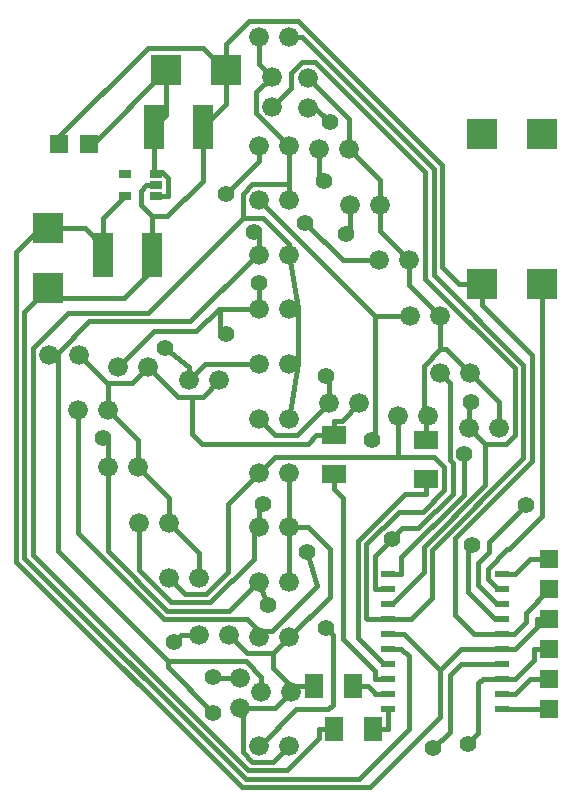
<source format=gtl>
G04 #@! TF.FileFunction,Copper,L1,Top,Signal*
%FSLAX46Y46*%
G04 Gerber Fmt 4.6, Leading zero omitted, Abs format (unit mm)*
G04 Created by KiCad (PCBNEW 4.0.6) date Tue Sep  5 11:54:24 2017*
%MOMM*%
%LPD*%
G01*
G04 APERTURE LIST*
%ADD10C,0.150000*%
%ADD11R,1.270000X0.508000*%
%ADD12R,2.032000X1.524000*%
%ADD13R,1.524000X2.032000*%
%ADD14R,2.540000X2.540000*%
%ADD15C,1.676400*%
%ADD16R,1.000000X0.700000*%
%ADD17R,1.524000X1.524000*%
%ADD18R,2.499360X2.550160*%
%ADD19R,2.550160X2.499360*%
%ADD20R,1.800860X3.700780*%
%ADD21C,1.400000*%
%ADD22C,0.400000*%
G04 APERTURE END LIST*
D10*
D11*
X109646100Y-75429000D03*
X109646100Y-76699000D03*
X109646100Y-77969000D03*
X109646100Y-79239000D03*
X109646100Y-80509000D03*
X109646100Y-81779000D03*
X109646100Y-83049000D03*
X109646100Y-84319000D03*
X109646100Y-85589000D03*
X109646100Y-86859000D03*
X119298100Y-86859000D03*
X119298100Y-85589000D03*
X119298100Y-84319000D03*
X119298100Y-83049000D03*
X119298100Y-81779000D03*
X119298100Y-80509000D03*
X119298100Y-79239000D03*
X119298100Y-77969000D03*
X119298100Y-76699000D03*
X119298100Y-75429000D03*
D12*
X112902200Y-67394700D03*
X112902200Y-64092700D03*
X105087100Y-67017100D03*
X105087100Y-63715100D03*
D13*
X106718800Y-84965500D03*
X103416800Y-84965500D03*
X108401700Y-88535600D03*
X105099700Y-88535600D03*
D14*
X117637800Y-50917400D03*
X117637800Y-38217400D03*
X122717800Y-50917400D03*
X122717800Y-38217400D03*
D15*
X104630000Y-61000000D03*
X107170000Y-61000000D03*
X98730000Y-48400000D03*
X101270000Y-48400000D03*
X92830000Y-59000000D03*
X95370000Y-59000000D03*
X86830000Y-57900000D03*
X89370000Y-57900000D03*
X88530000Y-71100000D03*
X91070000Y-71100000D03*
X91130000Y-75800000D03*
X93670000Y-75800000D03*
X108930000Y-48900000D03*
X111470000Y-48900000D03*
X111530000Y-53600000D03*
X114070000Y-53600000D03*
X114030000Y-58400000D03*
X116570000Y-58400000D03*
X102900000Y-35970000D03*
X102900000Y-33430000D03*
X103830000Y-39500000D03*
X106370000Y-39500000D03*
X106430000Y-44200000D03*
X108970000Y-44200000D03*
X116530000Y-63100000D03*
X119070000Y-63100000D03*
X110530000Y-62100000D03*
X113070000Y-62100000D03*
X83430000Y-61600000D03*
X85970000Y-61600000D03*
X98730000Y-43800000D03*
X101270000Y-43800000D03*
X98730000Y-39200000D03*
X101270000Y-39200000D03*
X98730000Y-62300000D03*
X101270000Y-62300000D03*
X98730000Y-57700000D03*
X101270000Y-57700000D03*
X98730000Y-53000000D03*
X101270000Y-53000000D03*
X99800000Y-35870000D03*
X99800000Y-33330000D03*
X101270000Y-30000000D03*
X98730000Y-30000000D03*
X98930000Y-85400000D03*
X101470000Y-85400000D03*
X98730000Y-80800000D03*
X101270000Y-80800000D03*
X98730000Y-76100000D03*
X101270000Y-76100000D03*
X93630000Y-80600000D03*
X96170000Y-80600000D03*
X97100000Y-84230000D03*
X97100000Y-86770000D03*
X98730000Y-90000000D03*
X101270000Y-90000000D03*
X98730000Y-71500000D03*
X101270000Y-71500000D03*
X98730000Y-66900000D03*
X101270000Y-66900000D03*
X80930000Y-56900000D03*
X83470000Y-56900000D03*
X85930000Y-66400000D03*
X88470000Y-66400000D03*
D16*
X87400000Y-43450000D03*
X87400000Y-41550000D03*
X89990000Y-43450000D03*
X89990000Y-42500000D03*
X89990000Y-41550000D03*
D17*
X84370000Y-39000000D03*
X81830000Y-39000000D03*
X123291300Y-86879700D03*
X123291300Y-84339700D03*
X123291300Y-81799700D03*
X123291300Y-79259700D03*
X123291300Y-76719700D03*
X123291300Y-74179700D03*
D18*
X80900000Y-46175240D03*
X80900000Y-51224760D03*
D19*
X90875240Y-32800000D03*
X95924760Y-32800000D03*
D20*
X93949780Y-37600000D03*
X89850220Y-37600000D03*
X85550220Y-48400000D03*
X89649780Y-48400000D03*
D21*
X116700000Y-60900000D03*
X99100000Y-69500000D03*
X95900000Y-55100000D03*
X104400000Y-80000000D03*
X116800000Y-73000000D03*
X106100000Y-46700000D03*
X98700000Y-50800000D03*
X121300000Y-69600000D03*
X94800000Y-84200000D03*
X90800000Y-56300000D03*
X104200000Y-42200000D03*
X116400000Y-89800000D03*
X91500000Y-81200000D03*
X104700000Y-37200000D03*
X104400000Y-58700000D03*
X109948950Y-72448950D03*
X99500000Y-78100000D03*
X85500000Y-63900000D03*
X95900000Y-43300000D03*
X102800000Y-73600000D03*
X108296800Y-64071900D03*
X116065000Y-65328800D03*
X94800000Y-87200000D03*
X113500000Y-90200000D03*
X98300000Y-46500000D03*
X102600000Y-45700000D03*
D22*
X105087100Y-67017100D02*
X105087100Y-68279400D01*
X109646100Y-84319000D02*
X108510800Y-84319000D01*
X105846800Y-69039100D02*
X105087100Y-68279400D01*
X105846800Y-80966000D02*
X105846800Y-69039100D01*
X108510800Y-83630000D02*
X105846800Y-80966000D01*
X108510800Y-84319000D02*
X108510800Y-83630000D01*
X98730000Y-71500000D02*
X98730000Y-69870000D01*
X116530000Y-61070000D02*
X116530000Y-63100000D01*
X116700000Y-60900000D02*
X116530000Y-61070000D01*
X98730000Y-69870000D02*
X99100000Y-69500000D01*
X98262500Y-71967500D02*
X98730000Y-71500000D01*
X98262500Y-73996000D02*
X98262500Y-71967500D01*
X88530000Y-75133300D02*
X88530000Y-71100000D01*
X91246900Y-77850200D02*
X88530000Y-75133300D01*
X94576700Y-77850200D02*
X91246900Y-77850200D01*
X98262500Y-74164400D02*
X94576700Y-77850200D01*
X98262500Y-73996000D02*
X98262500Y-74164400D01*
X117868600Y-64438600D02*
X116530000Y-63100000D01*
X117868600Y-64438600D02*
X117868600Y-66850800D01*
X109972600Y-77969000D02*
X109646100Y-77969000D01*
X112662900Y-75278700D02*
X109972600Y-77969000D01*
X112662900Y-73122200D02*
X112662900Y-75278700D01*
X117868600Y-67916500D02*
X112662900Y-73122200D01*
X117868600Y-66850800D02*
X117868600Y-67916500D01*
X119626900Y-64438600D02*
X117868600Y-64438600D01*
X120414800Y-63650700D02*
X119626900Y-64438600D01*
X120414800Y-58029200D02*
X120414800Y-63650700D01*
X112821100Y-50435500D02*
X120414800Y-58029200D01*
X112821100Y-41439100D02*
X112821100Y-50435500D01*
X103469400Y-32087400D02*
X112821100Y-41439100D01*
X102349000Y-32087400D02*
X103469400Y-32087400D01*
X101400000Y-33036400D02*
X102349000Y-32087400D01*
X101400000Y-34270000D02*
X101400000Y-33036400D01*
X99800000Y-35870000D02*
X101400000Y-34270000D01*
X95400000Y-53000000D02*
X95400000Y-54600000D01*
X95400000Y-54600000D02*
X95900000Y-55100000D01*
X98730000Y-53000000D02*
X95400000Y-53000000D01*
X95400000Y-53000000D02*
X95300000Y-53000000D01*
X89830000Y-54900000D02*
X86830000Y-57900000D01*
X93400000Y-54900000D02*
X89830000Y-54900000D01*
X95300000Y-53000000D02*
X93400000Y-54900000D01*
X98730000Y-90000000D02*
X98800000Y-90000000D01*
X98800000Y-90000000D02*
X101900000Y-86900000D01*
X101900000Y-86900000D02*
X104600000Y-86900000D01*
X104600000Y-86900000D02*
X105000000Y-86500000D01*
X105000000Y-86500000D02*
X105000000Y-80600000D01*
X105000000Y-80600000D02*
X104400000Y-80000000D01*
X116800000Y-73000000D02*
X116400000Y-73400000D01*
X116400000Y-73400000D02*
X116400000Y-76948648D01*
X116400000Y-76948648D02*
X118744650Y-79293298D01*
X118744650Y-79293298D02*
X119298100Y-79293298D01*
X119298100Y-79293298D02*
X119298100Y-79239000D01*
X98730000Y-53000000D02*
X98730000Y-50830000D01*
X106430000Y-46370000D02*
X106430000Y-44200000D01*
X106100000Y-46700000D02*
X106430000Y-46370000D01*
X98730000Y-50830000D02*
X98700000Y-50800000D01*
X118869000Y-77969000D02*
X119298100Y-77969000D01*
X117300000Y-76400000D02*
X118869000Y-77969000D01*
X117300000Y-74500000D02*
X117300000Y-76400000D01*
X118200000Y-73600000D02*
X117300000Y-74500000D01*
X118200000Y-72700000D02*
X118200000Y-73600000D01*
X121300000Y-69600000D02*
X118200000Y-72700000D01*
X94830000Y-84230000D02*
X94800000Y-84200000D01*
X94830000Y-84230000D02*
X97100000Y-84230000D01*
X103830000Y-39500000D02*
X103830000Y-41830000D01*
X92830000Y-57930000D02*
X92830000Y-59000000D01*
X90800000Y-56300000D02*
X92830000Y-57930000D01*
X103830000Y-41830000D02*
X104200000Y-42200000D01*
X98686700Y-57656700D02*
X98686800Y-57656700D01*
X94173300Y-57656700D02*
X98686700Y-57656700D01*
X92830000Y-59000000D02*
X94173300Y-57656700D01*
X98686800Y-57656700D02*
X98730000Y-57700000D01*
X117681000Y-84319000D02*
X119298100Y-84319000D01*
X117300000Y-84700000D02*
X117681000Y-84319000D01*
X117300000Y-88900000D02*
X117300000Y-84700000D01*
X116400000Y-89800000D02*
X117300000Y-88900000D01*
X93630000Y-80600000D02*
X92100000Y-80600000D01*
X92100000Y-80600000D02*
X91500000Y-81200000D01*
X102900000Y-35970000D02*
X103470000Y-35970000D01*
X103470000Y-35970000D02*
X104700000Y-37200000D01*
X104630000Y-58930000D02*
X104630000Y-61000000D01*
X104400000Y-58700000D02*
X104630000Y-58930000D01*
X101974100Y-63655900D02*
X104630000Y-61000000D01*
X100085900Y-63655900D02*
X101974100Y-63655900D01*
X98730000Y-62300000D02*
X100085900Y-63655900D01*
X119298100Y-84319000D02*
X120433400Y-84319000D01*
X123291300Y-81799700D02*
X122029000Y-81799700D01*
X122029000Y-81799700D02*
X122029000Y-82723400D01*
X122029000Y-82723400D02*
X120433400Y-84319000D01*
X98730000Y-76100000D02*
X98730000Y-76330000D01*
X99500000Y-78100000D02*
X98730000Y-76330000D01*
X98730000Y-39200000D02*
X98730000Y-40470000D01*
X85930000Y-64330000D02*
X85930000Y-66400000D01*
X85500000Y-63900000D02*
X85930000Y-64330000D01*
X98730000Y-40470000D02*
X95900000Y-43300000D01*
X98730000Y-76012400D02*
X98730000Y-76100000D01*
X85930000Y-73525700D02*
X85930000Y-66400000D01*
X90954800Y-78550500D02*
X85930000Y-73525700D01*
X96191900Y-78550500D02*
X90954800Y-78550500D01*
X98730000Y-76012400D02*
X96191900Y-78550500D01*
X109646100Y-76699000D02*
X108510800Y-76699000D01*
X108510800Y-73887100D02*
X109948950Y-72448950D01*
X108510800Y-76699000D02*
X108510800Y-73887100D01*
X112226300Y-71578200D02*
X110819700Y-71578200D01*
X115124300Y-68680200D02*
X112226300Y-71578200D01*
X115124300Y-66085500D02*
X115124300Y-68680200D01*
X114864700Y-65825900D02*
X115124300Y-66085500D01*
X114864700Y-59234700D02*
X114864700Y-65825900D01*
X114030000Y-58400000D02*
X114864700Y-59234700D01*
X109948950Y-72448950D02*
X110819700Y-71578200D01*
X98730000Y-80242900D02*
X98730000Y-80800000D01*
X83430000Y-72016000D02*
X83430000Y-61600000D01*
X90664800Y-79250800D02*
X83430000Y-72016000D01*
X97737900Y-79250800D02*
X90664800Y-79250800D01*
X98730000Y-80242900D02*
X97737900Y-79250800D01*
X109646100Y-75429000D02*
X110781400Y-75429000D01*
X110781400Y-74013400D02*
X110781400Y-75429000D01*
X116065000Y-68729800D02*
X110781400Y-74013400D01*
X116065000Y-65328800D02*
X116065000Y-68729800D01*
X103671370Y-76441130D02*
X102800000Y-73600000D01*
X99869600Y-80242900D02*
X103671370Y-76441130D01*
X98730000Y-80242900D02*
X99869600Y-80242900D01*
X98730000Y-43800000D02*
X108530000Y-53600000D01*
X108530000Y-53600000D02*
X111530000Y-53600000D01*
X108530000Y-63838700D02*
X108296800Y-64071900D01*
X108530000Y-53600000D02*
X108530000Y-63838700D01*
X91031000Y-83331000D02*
X94800000Y-87200000D01*
X91031000Y-83331000D02*
X91031000Y-82839200D01*
X119298100Y-83049000D02*
X115851000Y-83049000D01*
X114900000Y-88800000D02*
X113500000Y-90200000D01*
X114900000Y-84000000D02*
X114900000Y-88800000D01*
X115851000Y-83049000D02*
X114900000Y-84000000D01*
X108930000Y-48900000D02*
X105800000Y-48900000D01*
X98730000Y-46930000D02*
X98730000Y-48400000D01*
X98300000Y-46500000D02*
X98730000Y-46930000D01*
X105800000Y-48900000D02*
X102600000Y-45700000D01*
X98557600Y-48400000D02*
X98730000Y-48400000D01*
X80930000Y-56900000D02*
X81685900Y-56900000D01*
X92895800Y-54061800D02*
X98557600Y-48400000D01*
X84335100Y-54061800D02*
X92895800Y-54061800D01*
X81685900Y-56711000D02*
X84335100Y-54061800D01*
X81685900Y-56900000D02*
X81685900Y-56711000D01*
X98930000Y-84160000D02*
X98930000Y-85400000D01*
X97609200Y-82839200D02*
X98930000Y-84160000D01*
X91031000Y-82839200D02*
X97609200Y-82839200D01*
X81685900Y-73494100D02*
X91031000Y-82839200D01*
X81685900Y-56900000D02*
X81685900Y-73494100D01*
X97708800Y-82138800D02*
X99931200Y-82138800D01*
X96170000Y-80600000D02*
X97708800Y-82138800D01*
X103416800Y-84965500D02*
X102154500Y-84965500D01*
X101470000Y-84965500D02*
X102154500Y-84965500D01*
X99931200Y-83426700D02*
X101470000Y-84965500D01*
X99931200Y-82138800D02*
X99931200Y-83426700D01*
X101470000Y-84965500D02*
X101470000Y-85400000D01*
X99924000Y-91346000D02*
X101270000Y-90000000D01*
X98173200Y-91346000D02*
X99924000Y-91346000D01*
X97369400Y-90542200D02*
X98173200Y-91346000D01*
X97369400Y-86770000D02*
X97369400Y-90542200D01*
X100100000Y-86770000D02*
X97369400Y-86770000D01*
X101470000Y-85400000D02*
X100100000Y-86770000D01*
X97369400Y-86770000D02*
X97100000Y-86770000D01*
X101270000Y-71500000D02*
X101270000Y-76100000D01*
X99931200Y-82138800D02*
X101270000Y-80800000D01*
X101270000Y-66900000D02*
X101270000Y-71500000D01*
X104714200Y-77355800D02*
X101270000Y-80800000D01*
X104714200Y-73302000D02*
X104714200Y-77355800D01*
X102912200Y-71500000D02*
X104714200Y-73302000D01*
X101270000Y-71500000D02*
X102912200Y-71500000D01*
X85550220Y-48400000D02*
X85550220Y-47750220D01*
X83975240Y-46175240D02*
X80900000Y-46175240D01*
X85550220Y-47750220D02*
X83975240Y-46175240D01*
X85550220Y-48400000D02*
X85550220Y-45299780D01*
X85550220Y-45299780D02*
X87400000Y-43450000D01*
X114026800Y-83571900D02*
X114026800Y-87573200D01*
X114026800Y-87573200D02*
X108088500Y-93511500D01*
X108088500Y-93511500D02*
X97253800Y-93511500D01*
X97253800Y-93511500D02*
X78152300Y-74410000D01*
X78152300Y-74410000D02*
X78152300Y-48205500D01*
X78152300Y-48205500D02*
X80852500Y-45505300D01*
X80900000Y-46175200D02*
X80852500Y-45505300D01*
X115819700Y-81779000D02*
X119298100Y-81779000D01*
X114026800Y-83571900D02*
X115819700Y-81779000D01*
X110963900Y-80509000D02*
X109646100Y-80509000D01*
X114026800Y-83571900D02*
X110963900Y-80509000D01*
X119298100Y-81779000D02*
X120433400Y-81779000D01*
X122242000Y-79970400D02*
X122242000Y-79259700D01*
X120433400Y-81779000D02*
X122242000Y-79970400D01*
X123291300Y-79259700D02*
X122242000Y-79259700D01*
X106718800Y-84965500D02*
X107981100Y-84965500D01*
X108510800Y-85495200D02*
X108510800Y-85589000D01*
X107981100Y-84965500D02*
X108510800Y-85495200D01*
X109646100Y-85589000D02*
X108510800Y-85589000D01*
X114070000Y-53600000D02*
X114070000Y-56416300D01*
X106370000Y-36900000D02*
X102900000Y-33430000D01*
X106370000Y-39500000D02*
X106370000Y-36900000D01*
X108970000Y-42100000D02*
X106370000Y-39500000D01*
X108970000Y-44200000D02*
X108970000Y-42100000D01*
X114586300Y-56416300D02*
X116570000Y-58400000D01*
X114070000Y-56416300D02*
X114586300Y-56416300D01*
X119070000Y-60900000D02*
X116570000Y-58400000D01*
X119070000Y-63100000D02*
X119070000Y-60900000D01*
X112690000Y-57796300D02*
X114070000Y-56416300D01*
X112690000Y-61720000D02*
X112690000Y-57796300D01*
X113070000Y-62100000D02*
X112690000Y-61720000D01*
X108970000Y-46400000D02*
X111470000Y-48900000D01*
X108970000Y-44200000D02*
X108970000Y-46400000D01*
X112902200Y-62267800D02*
X112902200Y-64092700D01*
X113070000Y-62100000D02*
X112902200Y-62267800D01*
X111470000Y-51000000D02*
X114070000Y-53600000D01*
X111470000Y-48900000D02*
X111470000Y-51000000D01*
X93670000Y-73700000D02*
X91070000Y-71100000D01*
X93670000Y-75800000D02*
X93670000Y-73700000D01*
X105717200Y-62452800D02*
X105087100Y-62452800D01*
X107170000Y-61000000D02*
X105717200Y-62452800D01*
X105087100Y-63715100D02*
X105087100Y-62452800D01*
X91070000Y-69000000D02*
X91070000Y-71100000D01*
X88470000Y-66400000D02*
X91070000Y-69000000D01*
X88470000Y-64100000D02*
X85970000Y-61600000D01*
X88470000Y-66400000D02*
X88470000Y-64100000D01*
X85970000Y-61600000D02*
X85970000Y-59274400D01*
X85844400Y-59274400D02*
X85970000Y-59274400D01*
X83470000Y-56900000D02*
X85844400Y-59274400D01*
X87995600Y-59274400D02*
X89370000Y-57900000D01*
X85970000Y-59274400D02*
X87995600Y-59274400D01*
X105087100Y-63715100D02*
X103570800Y-63715100D01*
X93948000Y-60422000D02*
X93057600Y-60422000D01*
X95370000Y-59000000D02*
X93948000Y-60422000D01*
X91892000Y-60422000D02*
X89370000Y-57900000D01*
X93057600Y-60422000D02*
X91892000Y-60422000D01*
X102854600Y-64431300D02*
X103570800Y-63715100D01*
X93917800Y-64431300D02*
X102854600Y-64431300D01*
X93057600Y-63571100D02*
X93917800Y-64431300D01*
X93057600Y-60422000D02*
X93057600Y-63571100D01*
X101231300Y-39200000D02*
X101270000Y-39200000D01*
X98460400Y-36429100D02*
X101231300Y-39200000D01*
X98460400Y-34669600D02*
X98460400Y-36429100D01*
X99800000Y-33330000D02*
X98460400Y-34669600D01*
X102070000Y-57600000D02*
X101270000Y-62300000D01*
X101270000Y-39200000D02*
X101270000Y-42455900D01*
X101270000Y-42455900D02*
X101270000Y-43800000D01*
X98730000Y-32260000D02*
X99800000Y-33330000D01*
X98730000Y-30000000D02*
X98730000Y-32260000D01*
X102070000Y-57600000D02*
X102070000Y-52900000D01*
X105099700Y-88535600D02*
X103837400Y-88535600D01*
X101270000Y-48400000D02*
X102070000Y-52900000D01*
X99054800Y-45285400D02*
X97388100Y-45285400D01*
X101270000Y-47500600D02*
X99054800Y-45285400D01*
X101270000Y-48400000D02*
X101270000Y-47500600D01*
X97388100Y-43233200D02*
X97388100Y-45285400D01*
X98165400Y-42455900D02*
X97388100Y-43233200D01*
X101270000Y-42455900D02*
X98165400Y-42455900D01*
X89312000Y-53361500D02*
X97388100Y-45285400D01*
X82569000Y-53361500D02*
X89312000Y-53361500D01*
X79579300Y-56351200D02*
X82569000Y-53361500D01*
X79579300Y-73808600D02*
X79579300Y-56351200D01*
X97832900Y-92062200D02*
X79579300Y-73808600D01*
X101100900Y-92062200D02*
X97832900Y-92062200D01*
X103837400Y-89325700D02*
X101100900Y-92062200D01*
X103837400Y-88535600D02*
X103837400Y-89325700D01*
X89850220Y-37600000D02*
X89850220Y-41410220D01*
X89850220Y-41410220D02*
X89990000Y-41550000D01*
X90875240Y-32800000D02*
X90875240Y-36574980D01*
X90875240Y-36574980D02*
X89850220Y-37600000D01*
X84370000Y-39000000D02*
X84675240Y-39000000D01*
X84675240Y-39000000D02*
X90875240Y-32800000D01*
X89990000Y-41550000D02*
X89990000Y-41449900D01*
X90990300Y-41910100D02*
X90990300Y-43450000D01*
X90530100Y-41449900D02*
X90990300Y-41910100D01*
X89990000Y-41449900D02*
X90530100Y-41449900D01*
X89990000Y-43450000D02*
X90990300Y-43450000D01*
X93949780Y-37600000D02*
X93949780Y-42150220D01*
X90950220Y-45149780D02*
X89649780Y-45149780D01*
X93949780Y-42150220D02*
X90950220Y-45149780D01*
X95924760Y-32800000D02*
X95924760Y-35625020D01*
X95924760Y-35625020D02*
X93949780Y-37600000D01*
X98300000Y-28649200D02*
X97850800Y-28649200D01*
X95924760Y-30575240D02*
X95924760Y-32800000D01*
X97850800Y-28649200D02*
X95924760Y-30575240D01*
X81830000Y-39000000D02*
X81830000Y-38370000D01*
X81830000Y-38370000D02*
X89300000Y-30900000D01*
X89300000Y-30900000D02*
X94024760Y-30900000D01*
X94024760Y-30900000D02*
X95924760Y-32800000D01*
X109646100Y-81779000D02*
X110779000Y-81779000D01*
X78852302Y-53272458D02*
X80900000Y-51224760D01*
X78852302Y-74071554D02*
X78852302Y-53272458D01*
X97592246Y-92811498D02*
X78852302Y-74071554D01*
X107188502Y-92811498D02*
X97592246Y-92811498D01*
X111400000Y-88600000D02*
X107188502Y-92811498D01*
X111400000Y-82400000D02*
X111400000Y-88600000D01*
X110779000Y-81779000D02*
X111400000Y-82400000D01*
X119298100Y-80509000D02*
X120291000Y-80509000D01*
X121300000Y-78711000D02*
X123291300Y-76719700D01*
X121300000Y-79500000D02*
X121300000Y-78711000D01*
X120291000Y-80509000D02*
X121300000Y-79500000D01*
X115327400Y-76866000D02*
X115327400Y-78927400D01*
X121846700Y-65919000D02*
X121846700Y-56896600D01*
X115327400Y-72438300D02*
X121846700Y-65919000D01*
X115327400Y-76866000D02*
X115327400Y-72438300D01*
X117637800Y-50917400D02*
X117637800Y-52687700D01*
X121846700Y-56896600D02*
X117637800Y-52687700D01*
X116909000Y-80509000D02*
X119298100Y-80509000D01*
X115327400Y-78927400D02*
X116909000Y-80509000D01*
X89649780Y-48400000D02*
X89649780Y-45300000D01*
X89649780Y-45300000D02*
X89649780Y-45149780D01*
X89649780Y-45149780D02*
X88700000Y-44200000D01*
X89200000Y-42500000D02*
X89990000Y-42500000D01*
X88700000Y-43000000D02*
X89200000Y-42500000D01*
X88700000Y-44200000D02*
X88700000Y-43000000D01*
X98181300Y-28649200D02*
X98300000Y-28649200D01*
X98300000Y-28649200D02*
X102027800Y-28649200D01*
X102027800Y-28649200D02*
X114221700Y-40843100D01*
X114221700Y-40843100D02*
X114221700Y-49494100D01*
X114221700Y-49494100D02*
X115645000Y-50917400D01*
X115645000Y-50917400D02*
X115867500Y-50917400D01*
X115867500Y-50917400D02*
X117637800Y-50917400D01*
X89649780Y-48400000D02*
X89649780Y-49750220D01*
X81775240Y-52100000D02*
X80900000Y-51224760D01*
X87300000Y-52100000D02*
X81775240Y-52100000D01*
X89649780Y-49750220D02*
X87300000Y-52100000D01*
X123291300Y-76719700D02*
X123291300Y-76932700D01*
X108401700Y-88535600D02*
X109664000Y-88535600D01*
X109664000Y-86876900D02*
X109646100Y-86859000D01*
X109664000Y-88535600D02*
X109664000Y-86876900D01*
X119298100Y-85589000D02*
X120433400Y-85589000D01*
X121682700Y-84339700D02*
X123291300Y-84339700D01*
X120433400Y-85589000D02*
X121682700Y-84339700D01*
X119298100Y-75429000D02*
X120433400Y-75429000D01*
X121682700Y-74179700D02*
X123291300Y-74179700D01*
X120433400Y-75429000D02*
X121682700Y-74179700D01*
X122717800Y-70533500D02*
X122717800Y-50917400D01*
X119897700Y-73353600D02*
X122717800Y-70533500D01*
X119762000Y-73353600D02*
X119897700Y-73353600D01*
X118119400Y-74996200D02*
X119762000Y-73353600D01*
X118119400Y-75871700D02*
X118119400Y-74996200D01*
X118946700Y-76699000D02*
X118119400Y-75871700D01*
X119298100Y-76699000D02*
X118946700Y-76699000D01*
X119298100Y-86859000D02*
X120433400Y-86859000D01*
X122221300Y-86859000D02*
X122242000Y-86879700D01*
X120433400Y-86859000D02*
X122221300Y-86859000D01*
X123291300Y-86879700D02*
X122242000Y-86879700D01*
X112902200Y-67394700D02*
X112902200Y-68657000D01*
X109278700Y-83049000D02*
X109646100Y-83049000D01*
X107080400Y-80850700D02*
X109278700Y-83049000D01*
X107080400Y-72629800D02*
X107080400Y-80850700D01*
X111053200Y-68657000D02*
X107080400Y-72629800D01*
X112902200Y-68657000D02*
X111053200Y-68657000D01*
X107808600Y-77600000D02*
X107808600Y-79208600D01*
X107839000Y-79239000D02*
X109646100Y-79239000D01*
X107808600Y-79208600D02*
X107839000Y-79239000D01*
X113363200Y-75848400D02*
X113363200Y-77436800D01*
X113363200Y-77436800D02*
X111561000Y-79239000D01*
X111561000Y-79239000D02*
X109646100Y-79239000D01*
X101270000Y-30000000D02*
X102372600Y-30000000D01*
X102372600Y-30000000D02*
X113521400Y-41148800D01*
X113521400Y-41148800D02*
X113521400Y-50145500D01*
X113521400Y-50145500D02*
X121115100Y-57739200D01*
X121115100Y-57739200D02*
X121115100Y-65660300D01*
X121115100Y-65660300D02*
X113363200Y-73412200D01*
X113363200Y-73412200D02*
X113363200Y-75848400D01*
X92479800Y-77149800D02*
X91130000Y-75800000D01*
X94214100Y-77149800D02*
X92479800Y-77149800D01*
X96115700Y-75248200D02*
X94214100Y-77149800D01*
X96115700Y-69514300D02*
X96115700Y-75248200D01*
X98730000Y-66900000D02*
X96115700Y-69514300D01*
X100077400Y-65552600D02*
X110530000Y-65552600D01*
X98730000Y-66900000D02*
X100077400Y-65552600D01*
X113545600Y-65552600D02*
X110530000Y-65552600D01*
X114418500Y-66425500D02*
X113545600Y-65552600D01*
X114418500Y-68367100D02*
X114418500Y-66425500D01*
X112626300Y-70159300D02*
X114418500Y-68367100D01*
X110541200Y-70159300D02*
X112626300Y-70159300D01*
X107808600Y-72891900D02*
X110541200Y-70159300D01*
X107808600Y-77753200D02*
X107808600Y-77600000D01*
X107808600Y-77600000D02*
X107808600Y-72891900D01*
X110530000Y-65552600D02*
X110530000Y-62100000D01*
M02*

</source>
